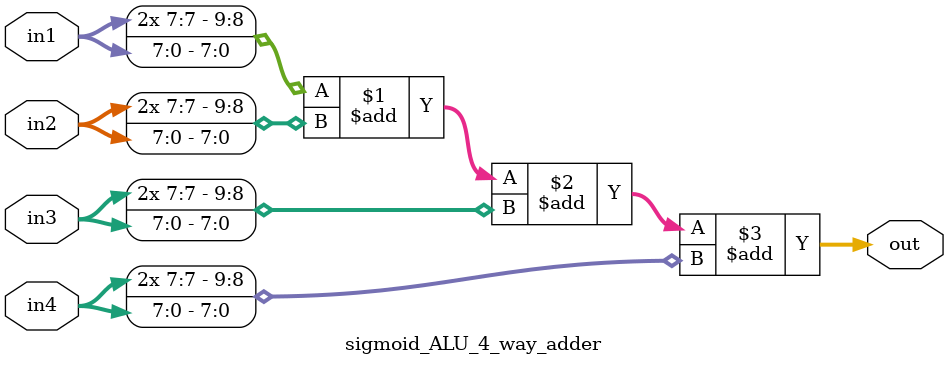
<source format=sv>

module sigmoid_ALU_4_way_adder
(
	input wire [7:0] in1,
	input wire [7:0] in2,
	input wire [7:0] in3,
	input wire [7:0] in4,
	output wire [9:0] out
);

assign out = $signed(in1) + $signed(in2) + $signed(in3) + $signed(in4);

endmodule

</source>
